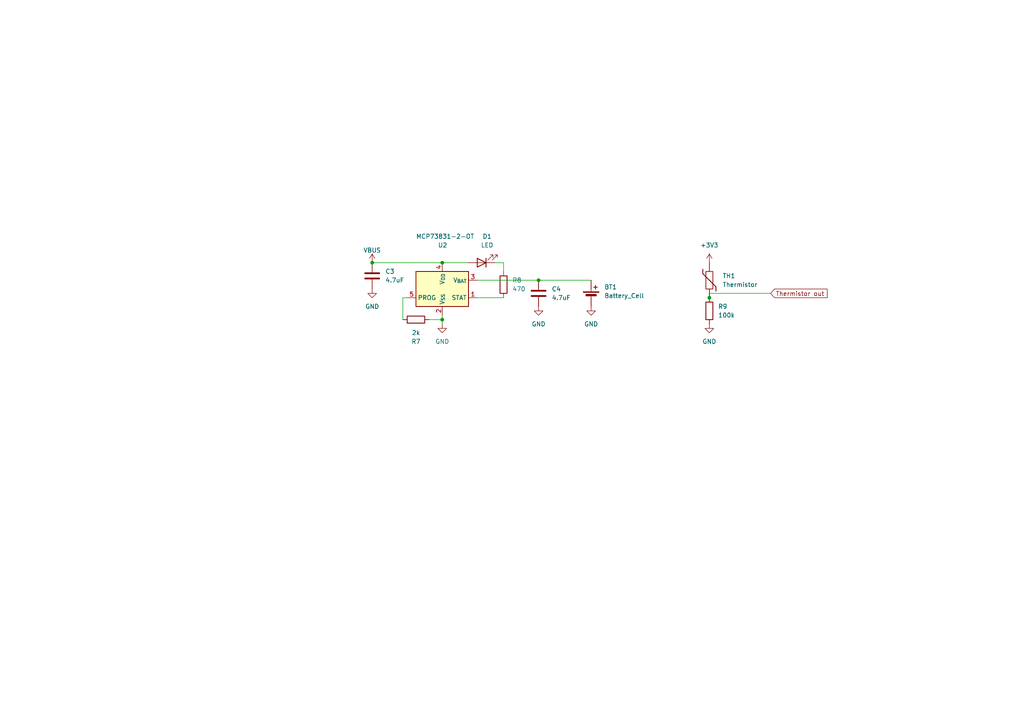
<source format=kicad_sch>
(kicad_sch (version 20230121) (generator eeschema)
  (paper "A4")
  (lib_symbols
    (symbol "Battery_Management:MCP73831-2-OT"
      (property "Reference" "U" (at -7.62 6.35 0))
      (property "Value" "MCP73831-2-OT" (at 1.27 6.35 0))
      (symbol "MCP73831-2-OT_0_1"
        (rectangle (start -7.62 5.08) (end 7.62 -5.08) (stroke (width 0.254)) (fill (type background)))
      )
      (symbol "MCP73831-2-OT_1_1"
        (pin tri_state line (at 10.16 -2.54 180) (length 2.54) (name "STAT") (number "1"))
        (pin power_in line (at 0 -7.62 90) (length 2.54) (name "V_{SS}") (number "2"))
        (pin power_out line (at 10.16 2.54 180) (length 2.54) (name "V_{BAT}") (number "3"))
        (pin power_in line (at 0 7.62 270) (length 2.54) (name "V_{DD}") (number "4"))
        (pin input line (at -10.16 -2.54 0) (length 2.54) (name "PROG") (number "5"))
      )
    )
    (symbol "Device:Battery_Cell" (pin_numbers hide) (pin_names (offset 0) hide)
      (property "Reference" "BT" (at 2.54 2.54 0))
      (property "Value" "Battery_Cell" (at 2.54 0 0))
      (symbol "Battery_Cell_0_1"
        (rectangle (start -2.286 1.778) (end 2.286 1.524) (fill (type outline)))
        (rectangle (start -1.524 1.016) (end 1.524 0.508) (fill (type outline)))
        (polyline (pts (xy 0 0.762) (xy 0 0)))
        (polyline (pts (xy 0 1.778) (xy 0 2.54)))
        (polyline (pts (xy 0.762 3.048) (xy 1.778 3.048)) (stroke (width 0.254)))
        (polyline (pts (xy 1.27 3.556) (xy 1.27 2.54)) (stroke (width 0.254)))
      )
      (symbol "Battery_Cell_1_1"
        (pin passive line (at 0 5.08 270) (length 2.54) (name "+") (number "1"))
        (pin passive line (at 0 -2.54 90) (length 2.54) (name "-") (number "2"))
      )
    )
    (symbol "Device:C" (pin_numbers hide) (pin_names (offset 0.254))
      (property "Reference" "C" (at 0.635 2.54 0))
      (property "Value" "C" (at 0.635 -2.54 0))
      (symbol "C_0_1"
        (polyline (pts (xy -2.032 -0.762) (xy 2.032 -0.762)) (stroke (width 0.508)))
        (polyline (pts (xy -2.032 0.762) (xy 2.032 0.762)) (stroke (width 0.508)))
      )
      (symbol "C_1_1"
        (pin passive line (at 0 3.81 270) (length 2.794) (name "~") (number "1"))
        (pin passive line (at 0 -3.81 90) (length 2.794) (name "~") (number "2"))
      )
    )
    (symbol "Device:LED" (pin_numbers hide) (pin_names (offset 1.016) hide)
      (property "Reference" "D" (at 0 2.54 0))
      (property "Value" "LED" (at 0 -2.54 0))
      (symbol "LED_0_1"
        (polyline (pts (xy -1.27 -1.27) (xy -1.27 1.27)) (stroke (width 0.254)))
        (polyline (pts (xy -1.27 0) (xy 1.27 0)))
        (polyline (pts (xy 1.27 -1.27) (xy 1.27 1.27) (xy -1.27 0) (xy 1.27 -1.27)) (stroke (width 0.254)))
        (polyline (pts (xy -3.048 -0.762) (xy -4.572 -2.286) (xy -3.81 -2.286) (xy -4.572 -2.286) (xy -4.572 -1.524)))
        (polyline (pts (xy -1.778 -0.762) (xy -3.302 -2.286) (xy -2.54 -2.286) (xy -3.302 -2.286) (xy -3.302 -1.524)))
      )
      (symbol "LED_1_1"
        (pin passive line (at -3.81 0 0) (length 2.54) (name "K") (number "1"))
        (pin passive line (at 3.81 0 180) (length 2.54) (name "A") (number "2"))
      )
    )
    (symbol "Device:R" (pin_numbers hide) (pin_names (offset 0))
      (property "Reference" "R" (at 2.032 0 90))
      (property "Value" "R" (at 0 0 90))
      (symbol "R_0_1"
        (rectangle (start -1.016 -2.54) (end 1.016 2.54) (stroke (width 0.254)))
      )
      (symbol "R_1_1"
        (pin passive line (at 0 3.81 270) (length 1.27) (name "~") (number "1"))
        (pin passive line (at 0 -3.81 90) (length 1.27) (name "~") (number "2"))
      )
    )
    (symbol "Device:Thermistor" (pin_numbers hide) (pin_names (offset 0))
      (property "Reference" "TH" (at 2.54 1.27 90))
      (property "Value" "Thermistor" (at -2.54 0 90))
      (symbol "Thermistor_0_1"
        (rectangle (start -1.016 2.54) (end 1.016 -2.54) (stroke (width 0.2032)))
        (polyline (pts (xy -1.905 3.175) (xy -1.905 1.905) (xy 1.905 -1.905) (xy 1.905 -3.175) (xy 1.905 -3.175)) (stroke (width 0.254)))
      )
      (symbol "Thermistor_1_1"
        (pin passive line (at 0 5.08 270) (length 2.54) (name "~") (number "1"))
        (pin passive line (at 0 -5.08 90) (length 2.54) (name "~") (number "2"))
      )
    )
    (symbol "power:+3V3" (power) (pin_names (offset 0))
      (property "Value" "+3V3" (at 0 3.556 0))
      (symbol "+3V3_0_1"
        (polyline (pts (xy -0.762 1.27) (xy 0 2.54)))
        (polyline (pts (xy 0 0) (xy 0 2.54)))
        (polyline (pts (xy 0 2.54) (xy 0.762 1.27)))
      )
      (symbol "+3V3_1_1"
        (pin power_in line (at 0 0 90) (length 0) hide (name "+3V3") (number "1"))
      )
    )
    (symbol "power:GND" (power) (pin_names (offset 0))
      (property "Value" "GND" (at 0 -3.81 0))
      (symbol "GND_0_1"
        (polyline (pts (xy 0 0) (xy 0 -1.27) (xy 1.27 -1.27) (xy 0 -2.54) (xy -1.27 -1.27) (xy 0 -1.27)))
      )
      (symbol "GND_1_1"
        (pin power_in line (at 0 0 270) (length 0) hide (name "GND") (number "1"))
      )
    )
    (symbol "power:VBUS" (power) (pin_names (offset 0))
      (property "Value" "VBUS" (at 0 3.81 0))
      (symbol "VBUS_0_1"
        (polyline (pts (xy -0.762 1.27) (xy 0 2.54)))
        (polyline (pts (xy 0 0) (xy 0 2.54)))
        (polyline (pts (xy 0 2.54) (xy 0.762 1.27)))
      )
      (symbol "VBUS_1_1"
        (pin power_in line (at 0 0 90) (length 0) hide (name "VBUS") (number "1"))
      )
    )
  )
  (junction (at 156.21 81.28))
  (junction (at 128.27 92.71))
  (junction (at 128.27 76.2))
  (junction (at 107.95 76.2))
  (junction (at 205.74 86.36))
  (wire (pts (xy 107.95 76.2) (xy 128.27 76.2)))
  (wire (pts (xy 143.51 76.2) (xy 146.05 76.2)))
  (wire (pts (xy 138.43 81.28) (xy 156.21 81.28)))
  (wire (pts (xy 223.52 85.09) (xy 205.74 85.09)))
  (wire (pts (xy 138.43 86.36) (xy 146.05 86.36)))
  (wire (pts (xy 116.84 86.36) (xy 116.84 92.71)))
  (wire (pts (xy 128.27 76.2) (xy 135.89 76.2)))
  (wire (pts (xy 128.27 92.71) (xy 128.27 91.44)))
  (wire (pts (xy 205.74 85.09) (xy 205.74 86.36)))
  (wire (pts (xy 156.21 81.28) (xy 171.45 81.28)))
  (wire (pts (xy 146.05 76.2) (xy 146.05 78.74)))
  (wire (pts (xy 116.84 86.36) (xy 118.11 86.36)))
  (wire (pts (xy 124.46 92.71) (xy 128.27 92.71)))
  (wire (pts (xy 128.27 92.71) (xy 128.27 93.98)))
  (global_label "Thermistor out" (shape input) (at 223.52 85.09 0) (property "Intersheetrefs" "${INTERSHEET_REFS}" (effects hide)))
  (symbol (lib_id "Device:R") (at 205.74 90.17 0) (unit 1)
    (property "Reference" "R9" (at 208.28 88.9 0) (effects (justify left)))
    (property "Value" "100k" (at 208.28 91.44 0) (effects (justify left)))
  )
  (symbol (lib_id "power:GND") (at 107.95 83.82 0) (unit 1)
    (property "Reference" "#PWR06" (effects hide))
    (property "Value" "GND" (at 107.95 88.9 0))
  )
  (symbol (lib_id "power:GND") (at 205.74 93.98 0) (unit 1)
    (property "Reference" "#PWR033" (effects hide))
    (property "Value" "GND" (at 205.74 99.06 0))
  )
  (symbol (lib_id "power:+3V3") (at 205.74 76.2 0) (unit 1)
    (property "Reference" "#PWR034" (effects hide))
    (property "Value" "+3V3" (at 205.74 71.12 0))
  )
  (symbol (lib_id "Battery_Management:MCP73831-2-OT") (at 128.27 83.82 0) (unit 1)
    (property "Reference" "U2" (at 127 71.12 0) (effects (justify left)))
    (property "Value" "MCP73831-2-OT" (at 120.65 68.58 0) (effects (justify left)))
    (property "Footprint" "Package_TO_SOT_SMD:SOT-23-5" (effects hide))
    (property "Datasheet" "http://ww1.microchip.com/downloads/en/DeviceDoc/20001984g.pdf" (effects hide))
  )
  (symbol (lib_id "Device:LED") (at 139.7 76.2 180) (unit 1)
    (property "Reference" "D1" (at 141.2875 68.58 0))
    (property "Value" "LED" (at 141.2875 71.12 0))
  )
  (symbol (lib_id "power:GND") (at 171.45 88.9 0) (unit 1)
    (property "Reference" "#PWR032" (effects hide))
    (property "Value" "GND" (at 171.45 93.98 0))
  )
  (symbol (lib_id "power:GND") (at 128.27 93.98 0) (unit 1)
    (property "Reference" "#PWR030" (effects hide))
    (property "Value" "GND" (at 128.27 99.06 0))
  )
  (symbol (lib_id "Device:R") (at 120.65 92.71 270) (unit 1)
    (property "Reference" "R7" (at 120.65 99.06 90))
    (property "Value" "2k" (at 120.65 96.52 90))
  )
  (symbol (lib_id "power:VBUS") (at 107.95 76.2 0) (unit 1)
    (property "Reference" "#PWR05" (effects hide))
    (property "Value" "VBUS" (at 107.95 72.5955 0))
  )
  (symbol (lib_id "Device:C") (at 107.95 80.01 0) (unit 1)
    (property "Reference" "C3" (at 111.76 78.74 0) (effects (justify left)))
    (property "Value" "4.7uF" (at 111.76 81.28 0) (effects (justify left)))
  )
  (symbol (lib_id "Device:R") (at 146.05 82.55 0) (unit 1)
    (property "Reference" "R8" (at 148.59 81.28 0) (effects (justify left)))
    (property "Value" "470" (at 148.59 83.82 0) (effects (justify left)))
  )
  (symbol (lib_id "power:GND") (at 156.21 88.9 0) (unit 1)
    (property "Reference" "#PWR031" (effects hide))
    (property "Value" "GND" (at 156.21 93.98 0))
  )
  (symbol (lib_id "Device:Thermistor") (at 205.74 81.28 0) (unit 1)
    (property "Reference" "TH1" (at 209.55 80.01 0) (effects (justify left)))
    (property "Value" "Thermistor" (at 209.55 82.55 0) (effects (justify left)))
  )
  (symbol (lib_id "Device:Battery_Cell") (at 171.45 86.36 0) (unit 1)
    (property "Reference" "BT1" (at 175.26 83.2485 0) (effects (justify left)))
    (property "Value" "Battery_Cell" (at 175.26 85.7885 0) (effects (justify left)))
  )
  (symbol (lib_id "Device:C") (at 156.21 85.09 0) (unit 1)
    (property "Reference" "C4" (at 160.02 83.82 0) (effects (justify left)))
    (property "Value" "4.7uF" (at 160.02 86.36 0) (effects (justify left)))
  )
)
</source>
